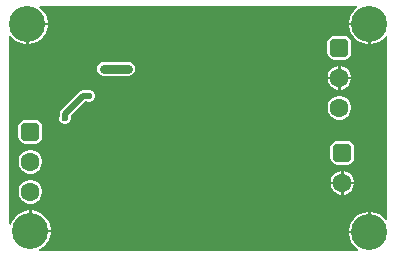
<source format=gbl>
G04*
G04 #@! TF.GenerationSoftware,Altium Limited,Altium Designer,24.3.1 (35)*
G04*
G04 Layer_Physical_Order=2*
G04 Layer_Color=16711680*
%FSLAX44Y44*%
%MOMM*%
G71*
G04*
G04 #@! TF.SameCoordinates,D9C964B4-26AD-435A-8A32-BF43BC4377D0*
G04*
G04*
G04 #@! TF.FilePolarity,Positive*
G04*
G01*
G75*
%ADD30C,0.5080*%
%ADD31C,0.7620*%
G04:AMPARAMS|DCode=32|XSize=1.6mm|YSize=1.6mm|CornerRadius=0.4mm|HoleSize=0mm|Usage=FLASHONLY|Rotation=270.000|XOffset=0mm|YOffset=0mm|HoleType=Round|Shape=RoundedRectangle|*
%AMROUNDEDRECTD32*
21,1,1.6000,0.8000,0,0,270.0*
21,1,0.8000,1.6000,0,0,270.0*
1,1,0.8000,-0.4000,-0.4000*
1,1,0.8000,-0.4000,0.4000*
1,1,0.8000,0.4000,0.4000*
1,1,0.8000,0.4000,-0.4000*
%
%ADD32ROUNDEDRECTD32*%
%ADD33C,1.6000*%
%ADD34C,3.0480*%
%ADD35C,0.6000*%
G36*
X603311Y462335D02*
X602400Y461726D01*
X599994Y459320D01*
X598104Y456491D01*
X596802Y453348D01*
X596138Y450011D01*
Y449326D01*
X613410D01*
Y448310D01*
X614426D01*
Y431038D01*
X615111D01*
X618448Y431702D01*
X621591Y433004D01*
X624420Y434894D01*
X626826Y437300D01*
X627435Y438211D01*
X628650Y437842D01*
Y282248D01*
X627435Y281879D01*
X626826Y282790D01*
X624420Y285196D01*
X621591Y287086D01*
X618448Y288388D01*
X615111Y289052D01*
X614426D01*
Y271780D01*
X613410D01*
Y270764D01*
X596138D01*
Y270079D01*
X596802Y266742D01*
X598104Y263599D01*
X599994Y260770D01*
X602400Y258364D01*
X603979Y257309D01*
X603593Y256039D01*
X333775D01*
X333522Y257309D01*
X334571Y257744D01*
X337400Y259634D01*
X339806Y262040D01*
X341696Y264869D01*
X342998Y268012D01*
X343662Y271349D01*
Y272034D01*
X326390D01*
Y273050D01*
X325374D01*
Y290322D01*
X324689D01*
X321352Y289658D01*
X318209Y288356D01*
X315380Y286466D01*
X312974Y284060D01*
X311084Y281231D01*
X309880Y278325D01*
X308610Y278578D01*
Y437842D01*
X309825Y438211D01*
X310434Y437300D01*
X312840Y434894D01*
X315669Y433004D01*
X318812Y431702D01*
X322149Y431038D01*
X322834D01*
Y448310D01*
X323850D01*
Y449326D01*
X341122D01*
Y450011D01*
X340458Y453348D01*
X339156Y456491D01*
X337266Y459320D01*
X334860Y461726D01*
X333949Y462335D01*
X334318Y463550D01*
X602942D01*
X603311Y462335D01*
D02*
G37*
%LPC*%
G36*
X612394Y447294D02*
X596138D01*
Y446609D01*
X596802Y443272D01*
X598104Y440129D01*
X599994Y437300D01*
X602400Y434894D01*
X605229Y433004D01*
X608372Y431702D01*
X611709Y431038D01*
X612394D01*
Y447294D01*
D02*
G37*
G36*
X341122D02*
X324866D01*
Y431038D01*
X325551D01*
X328888Y431702D01*
X332031Y433004D01*
X334860Y434894D01*
X337266Y437300D01*
X339156Y440129D01*
X340458Y443272D01*
X341122Y446609D01*
Y447294D01*
D02*
G37*
G36*
X592010Y438140D02*
X584010D01*
X581656Y437672D01*
X579661Y436339D01*
X578328Y434344D01*
X577860Y431990D01*
Y423990D01*
X578328Y421636D01*
X579661Y419641D01*
X581656Y418308D01*
X584010Y417840D01*
X592010D01*
X594364Y418308D01*
X596359Y419641D01*
X597692Y421636D01*
X598160Y423990D01*
Y431990D01*
X597692Y434344D01*
X596359Y436339D01*
X594364Y437672D01*
X592010Y438140D01*
D02*
G37*
G36*
X409356Y416166D02*
X388620D01*
X386341Y415713D01*
X384408Y414422D01*
X383117Y412489D01*
X382663Y410210D01*
X383117Y407931D01*
X384408Y405998D01*
X386341Y404707D01*
X388620Y404254D01*
X409356D01*
X411636Y404707D01*
X413568Y405998D01*
X414859Y407931D01*
X415313Y410210D01*
X414859Y412489D01*
X413568Y414422D01*
X411636Y415713D01*
X409356Y416166D01*
D02*
G37*
G36*
X589331Y412622D02*
X589026D01*
Y403606D01*
X598042D01*
Y403911D01*
X597358Y406462D01*
X596038Y408750D01*
X594170Y410618D01*
X591882Y411938D01*
X589331Y412622D01*
D02*
G37*
G36*
X586994D02*
X586689D01*
X584138Y411938D01*
X581850Y410618D01*
X579982Y408750D01*
X578662Y406462D01*
X577978Y403911D01*
Y403606D01*
X586994D01*
Y412622D01*
D02*
G37*
G36*
X598042Y401574D02*
X589026D01*
Y392558D01*
X589331D01*
X591882Y393242D01*
X594170Y394562D01*
X596038Y396430D01*
X597358Y398718D01*
X598042Y401269D01*
Y401574D01*
D02*
G37*
G36*
X586994D02*
X577978D01*
Y401269D01*
X578662Y398718D01*
X579982Y396430D01*
X581850Y394562D01*
X584138Y393242D01*
X586689Y392558D01*
X586994D01*
Y401574D01*
D02*
G37*
G36*
X376921Y392382D02*
X374919D01*
X374025Y392012D01*
X370840D01*
X369056Y391657D01*
X367544Y390646D01*
X352480Y375582D01*
X351469Y374070D01*
X351115Y372286D01*
Y370620D01*
X350568Y369301D01*
Y367299D01*
X351334Y365450D01*
X352750Y364034D01*
X354599Y363268D01*
X356601D01*
X358450Y364034D01*
X359866Y365450D01*
X360632Y367299D01*
Y369301D01*
X360438Y369770D01*
Y370355D01*
X372771Y382688D01*
X374025D01*
X374919Y382318D01*
X376921D01*
X378770Y383084D01*
X380186Y384500D01*
X380952Y386349D01*
Y388351D01*
X380186Y390200D01*
X378770Y391616D01*
X376921Y392382D01*
D02*
G37*
G36*
X589331Y387222D02*
X586689D01*
X584138Y386538D01*
X581850Y385218D01*
X579982Y383350D01*
X578662Y381062D01*
X577978Y378511D01*
Y375869D01*
X578662Y373318D01*
X579982Y371030D01*
X581850Y369162D01*
X584138Y367842D01*
X586689Y367158D01*
X589331D01*
X591882Y367842D01*
X594170Y369162D01*
X596038Y371030D01*
X597358Y373318D01*
X598042Y375869D01*
Y378511D01*
X597358Y381062D01*
X596038Y383350D01*
X594170Y385218D01*
X591882Y386538D01*
X589331Y387222D01*
D02*
G37*
G36*
X330390Y367020D02*
X322390D01*
X320036Y366552D01*
X318041Y365219D01*
X316708Y363224D01*
X316240Y360870D01*
Y352870D01*
X316708Y350516D01*
X318041Y348521D01*
X320036Y347188D01*
X322390Y346720D01*
X330390D01*
X332744Y347188D01*
X334739Y348521D01*
X336072Y350516D01*
X336540Y352870D01*
Y360870D01*
X336072Y363224D01*
X334739Y365219D01*
X332744Y366552D01*
X330390Y367020D01*
D02*
G37*
G36*
X594550Y349240D02*
X586550D01*
X584196Y348772D01*
X582201Y347439D01*
X580868Y345444D01*
X580400Y343090D01*
Y335090D01*
X580868Y332736D01*
X582201Y330741D01*
X584196Y329408D01*
X586550Y328940D01*
X594550D01*
X596904Y329408D01*
X598899Y330741D01*
X600232Y332736D01*
X600700Y335090D01*
Y343090D01*
X600232Y345444D01*
X598899Y347439D01*
X596904Y348772D01*
X594550Y349240D01*
D02*
G37*
G36*
X327711Y341502D02*
X325069D01*
X322518Y340818D01*
X320230Y339498D01*
X318362Y337630D01*
X317042Y335342D01*
X316358Y332791D01*
Y330149D01*
X317042Y327598D01*
X318362Y325310D01*
X320230Y323442D01*
X322518Y322122D01*
X325069Y321438D01*
X327711D01*
X330262Y322122D01*
X332550Y323442D01*
X334418Y325310D01*
X335738Y327598D01*
X336422Y330149D01*
Y332791D01*
X335738Y335342D01*
X334418Y337630D01*
X332550Y339498D01*
X330262Y340818D01*
X327711Y341502D01*
D02*
G37*
G36*
X591871Y323722D02*
X591566D01*
Y314706D01*
X600582D01*
Y315011D01*
X599898Y317562D01*
X598578Y319850D01*
X596710Y321718D01*
X594422Y323038D01*
X591871Y323722D01*
D02*
G37*
G36*
X589534D02*
X589229D01*
X586678Y323038D01*
X584390Y321718D01*
X582522Y319850D01*
X581202Y317562D01*
X580518Y315011D01*
Y314706D01*
X589534D01*
Y323722D01*
D02*
G37*
G36*
X600582Y312674D02*
X591566D01*
Y303658D01*
X591871D01*
X594422Y304342D01*
X596710Y305662D01*
X598578Y307530D01*
X599898Y309818D01*
X600582Y312369D01*
Y312674D01*
D02*
G37*
G36*
X589534D02*
X580518D01*
Y312369D01*
X581202Y309818D01*
X582522Y307530D01*
X584390Y305662D01*
X586678Y304342D01*
X589229Y303658D01*
X589534D01*
Y312674D01*
D02*
G37*
G36*
X327711Y316102D02*
X325069D01*
X322518Y315418D01*
X320230Y314098D01*
X318362Y312230D01*
X317042Y309942D01*
X316358Y307391D01*
Y304749D01*
X317042Y302198D01*
X318362Y299910D01*
X320230Y298042D01*
X322518Y296722D01*
X325069Y296038D01*
X327711D01*
X330262Y296722D01*
X332550Y298042D01*
X334418Y299910D01*
X335738Y302198D01*
X336422Y304749D01*
Y307391D01*
X335738Y309942D01*
X334418Y312230D01*
X332550Y314098D01*
X330262Y315418D01*
X327711Y316102D01*
D02*
G37*
G36*
X328091Y290322D02*
X327406D01*
Y274066D01*
X343662D01*
Y274751D01*
X342998Y278088D01*
X341696Y281231D01*
X339806Y284060D01*
X337400Y286466D01*
X334571Y288356D01*
X331428Y289658D01*
X328091Y290322D01*
D02*
G37*
G36*
X612394Y289052D02*
X611709D01*
X608372Y288388D01*
X605229Y287086D01*
X602400Y285196D01*
X599994Y282790D01*
X598104Y279961D01*
X596802Y276818D01*
X596138Y273481D01*
Y272796D01*
X612394D01*
Y289052D01*
D02*
G37*
%LPD*%
D30*
X370840Y387350D02*
X375920D01*
X355776Y372286D02*
X370840Y387350D01*
X355600Y368300D02*
X355776Y368476D01*
Y372286D01*
D31*
X388620Y410210D02*
X409356D01*
D32*
X588010Y427990D02*
D03*
X590550Y339090D02*
D03*
X326390Y356870D02*
D03*
D33*
X588010Y402590D02*
D03*
Y377190D02*
D03*
X590550Y313690D02*
D03*
X326390Y331470D02*
D03*
Y306070D02*
D03*
D34*
X323850Y448310D02*
D03*
X613410D02*
D03*
Y271780D02*
D03*
X326390Y273050D02*
D03*
D35*
X409356Y410210D02*
D03*
X388620D02*
D03*
X374180Y412477D02*
D03*
X375920Y387350D02*
D03*
X471170Y444500D02*
D03*
X403860Y346710D02*
D03*
X405130Y288290D02*
D03*
X355600Y368300D02*
D03*
M02*

</source>
